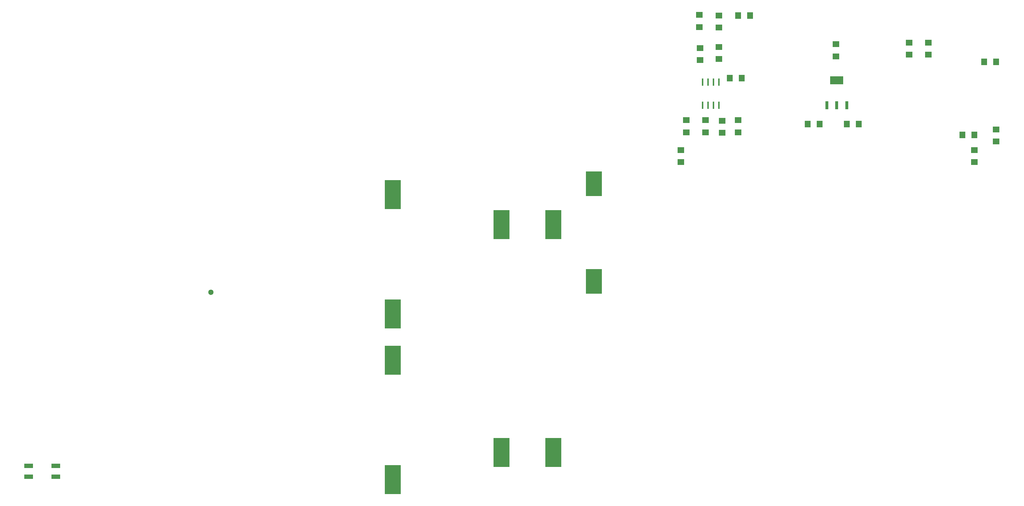
<source format=gbr>
%TF.GenerationSoftware,Novarm,DipTrace,3.3.1.3*%
%TF.CreationDate,2020-09-22T12:14:08+00:00*%
%FSLAX35Y35*%
%MOMM*%
%TF.FileFunction,Paste,Bot*%
%TF.Part,Single*%
%ADD23C,1.3*%
%ADD88R,2.0X1.0*%
%ADD90R,3.05X1.95*%
%ADD92R,0.75X1.95*%
%ADD100R,0.4X1.8*%
%ADD112R,3.8X6.8*%
%ADD141R,3.8X5.8*%
%ADD150R,1.4X1.6*%
%ADD152R,1.6X1.4*%
G75*
G01*
%LPD*%
D152*
X24066500Y9017000D3*
Y8737000D3*
D150*
Y10604500D3*
X23786500D3*
X23558500Y8890000D3*
X23278500D3*
X17843500Y10223500D3*
X18123500D3*
D152*
X16827500Y8953500D3*
Y9233500D3*
D150*
X19939000Y9144000D3*
X19659000D3*
D152*
X17589500Y11684000D3*
Y11404000D3*
X17132000Y11697000D3*
Y11417000D3*
D150*
X20574000Y9144000D3*
X20854000D3*
D152*
X22034500Y11049000D3*
Y10769000D3*
X20320000Y10731500D3*
Y11011500D3*
X22479000Y11049000D3*
Y10769000D3*
D141*
X14668500Y5461000D3*
Y7747000D3*
D152*
X23558500Y8255000D3*
Y8535000D3*
X18034000Y8953500D3*
Y9233500D3*
X17272000Y8953500D3*
Y9233500D3*
X17666000Y8940500D3*
Y9220500D3*
X17145000Y10922000D3*
Y10642000D3*
X16700500Y8255000D3*
Y8535000D3*
X17589500Y10668000D3*
Y10948000D3*
D150*
X18034000Y11684000D3*
X18314000D3*
D112*
X9969500Y7493000D3*
Y4699000D3*
Y825500D3*
Y3619500D3*
X12509500Y6794500D3*
Y1460500D3*
X13716000Y6794500D3*
Y1460500D3*
D100*
X17589500Y9588500D3*
X17462500D3*
X17335500D3*
X17208500D3*
Y10128500D3*
X17335500D3*
X17462500D3*
X17589500D3*
D92*
X20574000Y9588500D3*
X20344000D3*
X20114000D3*
D90*
X20344000Y10168500D3*
D88*
X1460500Y889000D3*
Y1143000D3*
X2090500D3*
Y889000D3*
D23*
X5715000Y5207000D3*
M02*

</source>
